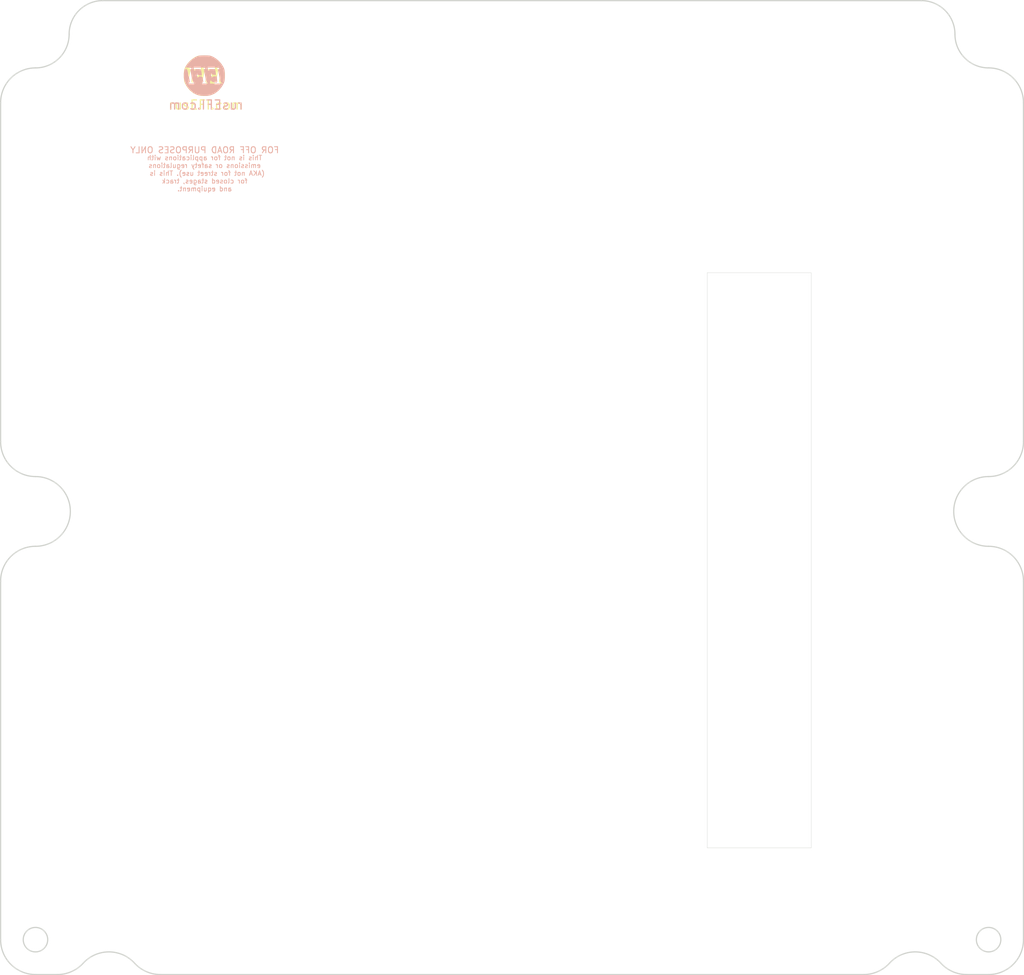
<source format=kicad_pcb>
(kicad_pcb (version 20210228) (generator pcbnew)
  (layers (0 "F.Cu" signal) (31 "B.Cu" signal) (34 "B.Paste" user) (35 "F.Paste" user) (36 "B.SilkS" user "B.Silkscreen") (37 "F.SilkS" user "F.Silkscreen") (38 "B.Mask" user) (39 "F.Mask" user) (44 "Edge.Cuts" user))
  (net 0 "")
  (footprint "rusefi:LOGO" (layer "F.Cu") (at 129.3 62.8)
    (fp_text reference "G?" hide)
    (fp_text value "LOGO" hide)
    (fp_poly (pts (xy 3.3528 -0.39624) (xy 3.35026 0.29972) (xy 3.19532 0.9906) (xy 2.8956 1.64338) (xy 2.46634 2.21996) (xy 2.31394 2.37744) (xy 1.80086 2.794) (xy 1.27508 3.07086) (xy 0.68834 3.2258) (xy 0.127 3.27406) (xy -0.46736 3.26898) (xy -0.9271 3.2004) (xy -1.05664 3.16484) (xy -1.73482 2.86258) (xy -2.32156 2.41808) (xy -2.8194 1.83134) (xy -3.10896 1.3462) (xy -3.21564 1.12776) (xy -3.28422 0.92964) (xy -3.32232 0.70866) (xy -3.3401 0.4191) (xy -3.34518 0.01016) (xy -3.34518 -0.04318) (xy -3.3401 -0.46736) (xy -3.32486 -0.77216) (xy -3.28676 -1.0033) (xy -3.22072 -1.21158) (xy -3.11658 -1.44272) (xy -3.10134 -1.46812) (xy -2.7686 -1.99644) (xy -2.31648 -2.49428) (xy -1.79832 -2.90576) (xy -1.47574 -3.09372) (xy -1.23698 -3.20294) (xy -1.03124 -3.2766) (xy -0.80518 -3.31724) (xy -0.51562 -3.33756) (xy -0.10922 -3.34264) (xy -0.04064 -3.34264) (xy 0.37846 -3.3401) (xy 0.68072 -3.32486) (xy 0.90932 -3.2893) (xy 1.1176 -3.22326) (xy 1.35382 -3.11658) (xy 1.44018 -3.0734) (xy 1.97612 -2.73558) (xy 2.47904 -2.28854) (xy 2.88798 -1.78308) (xy 2.95656 -1.67132) (xy 3.14706 -1.35382) (xy 2.63906 -1.35382) (xy 2.32664 -1.34112) (xy 2.14884 -1.2954) (xy 2.08534 -1.22936) (xy 2.10058 -1.12014) (xy 2.1717 -1.10236) (xy 2.26314 -1.05918) (xy 2.26568 -0.90678) (xy 2.25806 -0.86868) (xy 2.2225 -0.6858) (xy 2.16916 -0.38608) (xy 2.10058 -0.01778) (xy 2.06248 0.2032) (xy 1.98374 0.60452) (xy 1.91516 0.86614) (xy 1.84658 1.016) (xy 1.77038 1.07696) (xy 1.76022 1.0795) (xy 1.74752 1.08458) (xy 1.74752 -1.35382) (xy 0.78994 -1.35382) (xy 0.36576 -1.35128) (xy 0.08382 -1.33858) (xy -0.08128 -1.31318) (xy -0.15494 -1.27254) (xy -0.17018 -1.22682) (xy -0.1016 -1.11506) (xy -0.04318 -1.09982) (xy 0.01524 -1.1049) (xy 0.05334 -1.09728) (xy 0.06858 -1.0541) (xy 0.06096 -0.94996) (xy 0.0254 -0.75438) (xy -0.03556 -0.44704) (xy -0.127 0) (xy -0.20828 0.39624) (xy -0.27432 0.72898) (xy -0.32004 0.96266) (xy -0.33782 1.0668) (xy -0.33782 1.06934) (xy -0.40894 1.09728) (xy -0.46482 1.09982) (xy -0.53848 1.12776) (xy -0.53848 -1.35382) (xy -1.49606 -1.35382) (xy -1.92024 -1.35128) (xy -2.20218 -1.33858) (xy -2.36728 -1.31318) (xy -2.44094 -1.27254) (xy -2.45618 -1.22682) (xy -2.3876 -1.1176) (xy -2.3241 -1.09982) (xy -2.22758 -1.04394) (xy -2.23266 -0.9525) (xy -2.26568 -0.8128) (xy -2.3241 -0.5461) (xy -2.39522 -0.19558) (xy -2.4638 0.14732) (xy -2.5654 0.62484) (xy -2.65684 0.9398) (xy -2.73304 1.08712) (xy -2.75844 1.09982) (xy -2.89814 1.15824) (xy -2.921 1.18618) (xy -2.86512 1.22428) (xy -2.64922 1.25222) (xy -2.27838 1.26746) (xy -1.95326 1.27) (xy -0.93218 1.27) (xy -0.93218 1.016) (xy -0.97028 0.8128) (xy -1.05918 0.762) (xy -1.17094 0.8255) (xy -1.18618 0.88138) (xy -1.25984 0.94996) (xy -1.44526 1.01854) (xy -1.67894 1.07188) (xy -1.905 1.09982) (xy -2.06248 1.08712) (xy -2.09042 1.06934) (xy -2.10566 0.96774) (xy -2.09804 0.7493) (xy -2.07772 0.55372) (xy -2.0193 0.08382) (xy -1.68656 0.08382) (xy -1.47828 0.10414) (xy -1.36144 0.15748) (xy -1.35382 0.17526) (xy -1.3208 0.25908) (xy -1.2446 0.22352) (xy -1.1557 0.10414) (xy -1.0922 -0.06858) (xy -1.0922 -0.07112) (xy -1.07442 -0.26416) (xy -1.1303 -0.33782) (xy -1.15316 -0.33782) (xy -1.25984 -0.28956) (xy -1.27 -0.254) (xy -1.3462 -0.20066) (xy -1.53162 -0.17018) (xy -1.59512 -0.17018) (xy -1.9177 -0.17018) (xy -1.83388 -0.635) (xy -1.75006 -1.10236) (xy -1.24714 -1.09982) (xy -0.9652 -1.09474) (xy -0.82042 -1.0668) (xy -0.78486 -1.00838) (xy -0.79248 -0.97282) (xy -0.78232 -0.8636) (xy -0.72644 -0.84582) (xy -0.635 -0.92202) (xy -0.57658 -1.09728) (xy -0.57404 -1.09982) (xy -0.53848 -1.35382) (xy -0.53848 1.12776) (xy -0.57912 1.14554) (xy -0.59182 1.18618) (xy -0.51562 1.22936) (xy -0.31496 1.25984) (xy -0.08382 1.27) (xy 0.18542 1.2573) (xy 0.3683 1.22428) (xy 0.42418 1.18618) (xy 0.35306 1.11252) (xy 0.28702 1.09982) (xy 0.20574 1.07442) (xy 0.18034 0.96774) (xy 0.2032 0.74168) (xy 0.20828 0.70866) (xy 0.254 0.44704) (xy 0.29718 0.24892) (xy 0.31242 0.20066) (xy 0.40894 0.12954) (xy 0.5842 0.0889) (xy 0.7747 0.0889) (xy 0.90678 0.127) (xy 0.93218 0.17018) (xy 0.97282 0.25908) (xy 1.0668 0.2413) (xy 1.16586 0.13716) (xy 1.20904 0.02032) (xy 1.22936 -0.19304) (xy 1.17856 -0.254) (xy 1.08204 -0.18542) (xy 0.93218 -0.11684) (xy 0.70866 -0.08636) (xy 0.69088 -0.08382) (xy 0.40132 -0.08382) (xy 0.45974 -0.52578) (xy 0.50038 -0.7874) (xy 0.54102 -0.9779) (xy 0.5588 -1.03378) (xy 0.6604 -1.06934) (xy 0.87884 -1.09474) (xy 1.07188 -1.09982) (xy 1.34112 -1.0922) (xy 1.4732 -1.06172) (xy 1.50114 -1.00076) (xy 1.49352 -0.97536) (xy 1.50368 -0.8636) (xy 1.55956 -0.84582) (xy 1.651 -0.92202) (xy 1.70942 -1.09728) (xy 1.71196 -1.09982) (xy 1.74752 -1.35382) (xy 1.74752 1.08458) (xy 1.61544 1.14046) (xy 1.62306 1.19888) (xy 1.76276 1.2446) (xy 2.0193 1.26746) (xy 2.11582 1.27) (xy 2.3876 1.2573) (xy 2.57048 1.22428) (xy 2.62382 1.18618) (xy 2.55524 1.10998) (xy 2.49682 1.09982) (xy 2.43586 1.09474) (xy 2.39776 1.06426) (xy 2.3876 0.98298) (xy 2.40284 0.82296) (xy 2.44602 0.56134) (xy 2.52222 0.17272) (xy 2.57302 -0.08128) (xy 2.67716 -0.56388) (xy 2.77368 -0.89408) (xy 2.85496 -1.06426) (xy 2.88544 -1.08712) (xy 3.03276 -1.1811) (xy 3.06324 -1.21666) (xy 3.12674 -1.22428) (xy 3.2004 -1.0922) (xy 3.27406 -0.8509) (xy 3.33502 -0.5334) (xy 3.3528 -0.39624)) (layer "F.SilkS") (width 0.00254) (fill solid))
  )
  (footprint "rusefi:LOGO" (layer "B.Cu") (at 129.3 62.8 180)
    (fp_text reference "G?" hide)
    (fp_text value "LOGO" hide)
    (fp_poly (pts (xy 3.3528 0.39624) (xy 3.35026 -0.29972) (xy 3.19532 -0.9906) (xy 2.8956 -1.64338) (xy 2.46634 -2.21996) (xy 2.31394 -2.37744) (xy 1.80086 -2.794) (xy 1.27508 -3.07086) (xy 0.68834 -3.2258) (xy 0.127 -3.27406) (xy -0.46736 -3.26898) (xy -0.9271 -3.2004) (xy -1.05664 -3.16484) (xy -1.73482 -2.86258) (xy -2.32156 -2.41808) (xy -2.8194 -1.83134) (xy -3.10896 -1.3462) (xy -3.21564 -1.12776) (xy -3.28422 -0.92964) (xy -3.32232 -0.70866) (xy -3.3401 -0.4191) (xy -3.34518 -0.01016) (xy -3.34518 0.04318) (xy -3.3401 0.46736) (xy -3.32486 0.77216) (xy -3.28676 1.0033) (xy -3.22072 1.21158) (xy -3.11658 1.44272) (xy -3.10134 1.46812) (xy -2.7686 1.99644) (xy -2.31648 2.49428) (xy -1.79832 2.90576) (xy -1.47574 3.09372) (xy -1.23698 3.20294) (xy -1.03124 3.2766) (xy -0.80518 3.31724) (xy -0.51562 3.33756) (xy -0.10922 3.34264) (xy -0.04064 3.34264) (xy 0.37846 3.3401) (xy 0.68072 3.32486) (xy 0.90932 3.2893) (xy 1.1176 3.22326) (xy 1.35382 3.11658) (xy 1.44018 3.0734) (xy 1.97612 2.73558) (xy 2.47904 2.28854) (xy 2.88798 1.78308) (xy 2.95656 1.67132) (xy 3.14706 1.35382) (xy 2.63906 1.35382) (xy 2.32664 1.34112) (xy 2.14884 1.2954) (xy 2.08534 1.22936) (xy 2.10058 1.12014) (xy 2.1717 1.10236) (xy 2.26314 1.05918) (xy 2.26568 0.90678) (xy 2.25806 0.86868) (xy 2.2225 0.6858) (xy 2.16916 0.38608) (xy 2.10058 0.01778) (xy 2.06248 -0.2032) (xy 1.98374 -0.60452) (xy 1.91516 -0.86614) (xy 1.84658 -1.016) (xy 1.77038 -1.07696) (xy 1.76022 -1.0795) (xy 1.74752 -1.08458) (xy 1.74752 1.35382) (xy 0.78994 1.35382) (xy 0.36576 1.35128) (xy 0.08382 1.33858) (xy -0.08128 1.31318) (xy -0.15494 1.27254) (xy -0.17018 1.22682) (xy -0.1016 1.11506) (xy -0.04318 1.09982) (xy 0.01524 1.1049) (xy 0.05334 1.09728) (xy 0.06858 1.0541) (xy 0.06096 0.94996) (xy 0.0254 0.75438) (xy -0.03556 0.44704) (xy -0.127 0) (xy -0.20828 -0.39624) (xy -0.27432 -0.72898) (xy -0.32004 -0.96266) (xy -0.33782 -1.0668) (xy -0.33782 -1.06934) (xy -0.40894 -1.09728) (xy -0.46482 -1.09982) (xy -0.53848 -1.12776) (xy -0.53848 1.35382) (xy -1.49606 1.35382) (xy -1.92024 1.35128) (xy -2.20218 1.33858) (xy -2.36728 1.31318) (xy -2.44094 1.27254) (xy -2.45618 1.22682) (xy -2.3876 1.1176) (xy -2.3241 1.09982) (xy -2.22758 1.04394) (xy -2.23266 0.9525) (xy -2.26568 0.8128) (xy -2.3241 0.5461) (xy -2.39522 0.19558) (xy -2.4638 -0.14732) (xy -2.5654 -0.62484) (xy -2.65684 -0.9398) (xy -2.73304 -1.08712) (xy -2.75844 -1.09982) (xy -2.89814 -1.15824) (xy -2.921 -1.18618) (xy -2.86512 -1.22428) (xy -2.64922 -1.25222) (xy -2.27838 -1.26746) (xy -1.95326 -1.27) (xy -0.93218 -1.27) (xy -0.93218 -1.016) (xy -0.97028 -0.8128) (xy -1.05918 -0.762) (xy -1.17094 -0.8255) (xy -1.18618 -0.88138) (xy -1.25984 -0.94996) (xy -1.44526 -1.01854) (xy -1.67894 -1.07188) (xy -1.905 -1.09982) (xy -2.06248 -1.08712) (xy -2.09042 -1.06934) (xy -2.10566 -0.96774) (xy -2.09804 -0.7493) (xy -2.07772 -0.55372) (xy -2.0193 -0.08382) (xy -1.68656 -0.08382) (xy -1.47828 -0.10414) (xy -1.36144 -0.15748) (xy -1.35382 -0.17526) (xy -1.3208 -0.25908) (xy -1.2446 -0.22352) (xy -1.1557 -0.10414) (xy -1.0922 0.06858) (xy -1.0922 0.07112) (xy -1.07442 0.26416) (xy -1.1303 0.33782) (xy -1.15316 0.33782) (xy -1.25984 0.28956) (xy -1.27 0.254) (xy -1.3462 0.20066) (xy -1.53162 0.17018) (xy -1.59512 0.17018) (xy -1.9177 0.17018) (xy -1.83388 0.635) (xy -1.75006 1.10236) (xy -1.24714 1.09982) (xy -0.9652 1.09474) (xy -0.82042 1.0668) (xy -0.78486 1.00838) (xy -0.79248 0.97282) (xy -0.78232 0.8636) (xy -0.72644 0.84582) (xy -0.635 0.92202) (xy -0.57658 1.09728) (xy -0.57404 1.09982) (xy -0.53848 1.35382) (xy -0.53848 -1.12776) (xy -0.57912 -1.14554) (xy -0.59182 -1.18618) (xy -0.51562 -1.22936) (xy -0.31496 -1.25984) (xy -0.08382 -1.27) (xy 0.18542 -1.2573) (xy 0.3683 -1.22428) (xy 0.42418 -1.18618) (xy 0.35306 -1.11252) (xy 0.28702 -1.09982) (xy 0.20574 -1.07442) (xy 0.18034 -0.96774) (xy 0.2032 -0.74168) (xy 0.20828 -0.70866) (xy 0.254 -0.44704) (xy 0.29718 -0.24892) (xy 0.31242 -0.20066) (xy 0.40894 -0.12954) (xy 0.5842 -0.0889) (xy 0.7747 -0.0889) (xy 0.90678 -0.127) (xy 0.93218 -0.17018) (xy 0.97282 -0.25908) (xy 1.0668 -0.2413) (xy 1.16586 -0.13716) (xy 1.20904 -0.02032) (xy 1.22936 0.19304) (xy 1.17856 0.254) (xy 1.08204 0.18542) (xy 0.93218 0.11684) (xy 0.70866 0.08636) (xy 0.69088 0.08382) (xy 0.40132 0.08382) (xy 0.45974 0.52578) (xy 0.50038 0.7874) (xy 0.54102 0.9779) (xy 0.5588 1.03378) (xy 0.6604 1.06934) (xy 0.87884 1.09474) (xy 1.07188 1.09982) (xy 1.34112 1.0922) (xy 1.4732 1.06172) (xy 1.50114 1.00076) (xy 1.49352 0.97536) (xy 1.50368 0.8636) (xy 1.55956 0.84582) (xy 1.651 0.92202) (xy 1.70942 1.09728) (xy 1.71196 1.09982) (xy 1.74752 1.35382) (xy 1.74752 -1.08458) (xy 1.61544 -1.14046) (xy 1.62306 -1.19888) (xy 1.76276 -1.2446) (xy 2.0193 -1.26746) (xy 2.11582 -1.27) (xy 2.3876 -1.2573) (xy 2.57048 -1.22428) (xy 2.62382 -1.18618) (xy 2.55524 -1.10998) (xy 2.49682 -1.09982) (xy 2.43586 -1.09474) (xy 2.39776 -1.06426) (xy 2.3876 -0.98298) (xy 2.40284 -0.82296) (xy 2.44602 -0.56134) (xy 2.52222 -0.17272) (xy 2.57302 0.08128) (xy 2.67716 0.56388) (xy 2.77368 0.89408) (xy 2.85496 1.06426) (xy 2.88544 1.08712) (xy 3.03276 1.1811) (xy 3.06324 1.21666) (xy 3.12674 1.22428) (xy 3.2004 1.0922) (xy 3.27406 0.8509) (xy 3.33502 0.5334) (xy 3.3528 0.39624)) (layer "B.SilkS") (width 0.00254) (fill solid))
  )
  (footprint "rusefi:Off_Road_Disclaimer" (layer "B.Cu") (at 129.35 78.1 180)
    (fp_text reference "G?" hide)
    (fp_text value "Disclaimer" hide)
    (fp_text user "and equipment." (at 0 -3.175) (layer "B.SilkS") (effects (font (size 0.762 0.762) (thickness 0.127)) (justify mirror)))
    (fp_text user "This is not for applications with" (at 0 1.905) (layer "B.SilkS") (effects (font (size 0.762 0.762) (thickness 0.127)) (justify mirror)))
    (fp_text user "emissions or safety regulations" (at 0 0.635) (layer "B.SilkS") (effects (font (size 0.762 0.762) (thickness 0.127)) (justify mirror)))
    (fp_text user "(AKA not for street use). This is " (at -0.127 -0.635) (layer "B.SilkS") (effects (font (size 0.762 0.762) (thickness 0.127)) (justify mirror)))
    (fp_text user "for closed stages, track" (at 0 -1.905) (layer "B.SilkS") (effects (font (size 0.762 0.762) (thickness 0.127)) (justify mirror)))
    (fp_text user "FOR OFF ROAD PURPOSES ONLY" (at 0 3.175) (layer "B.SilkS") (effects (justify mirror)))
  )
  (gr_line (start 211.5 189) (end 211.5 95) (layer "Edge.Cuts") (width 0.05))
  (gr_arc (start 257.5 122.6) (end 257.5 128.300001) (angle -90) (layer "Edge.Cuts") (width 0.2))
  (gr_arc (start 257.5 67.2) (end 263.2 67.2) (angle -90) (layer "Edge.Cuts") (width 0.2))
  (gr_arc (start 105.293455 204) (end 105.293455 209.7) (angle -47.5) (layer "Edge.Cuts") (width 0.2))
  (gr_line (start 211.5 95) (end 228.5 95) (layer "Edge.Cuts") (width 0.05))
  (gr_arc (start 237.093455 204) (end 237.093455 209.7) (angle -47.5) (layer "Edge.Cuts") (width 0.2))
  (gr_line (start 101.7 209.7) (end 105.293455 209.7) (layer "Edge.Cuts") (width 0.2))
  (gr_circle (center 101.7 204) (end 103.7 204) (layer "Edge.Cuts") (width 0.2) (fill none))
  (gr_arc (start 112.7 56) (end 112.7 50.5) (angle -90) (layer "Edge.Cuts") (width 0.2))
  (gr_arc (start 246.5 56) (end 252.000001 56) (angle -90) (layer "Edge.Cuts") (width 0.2))
  (gr_line (start 237.093455 209.7) (end 122.106546 209.7) (layer "Edge.Cuts") (width 0.2))
  (gr_line (start 263.2 204) (end 263.2 145.4) (layer "Edge.Cuts") (width 0.2))
  (gr_arc (start 101.7 145.4) (end 101.7 139.7) (angle -90) (layer "Edge.Cuts") (width 0.2))
  (gr_arc (start 253.906546 204) (end 249.703273 207.849999) (angle -47.5) (layer "Edge.Cuts") (width 0.2))
  (gr_arc (start 257.5 204) (end 257.5 209.7) (angle -90) (layer "Edge.Cuts") (width 0.2))
  (gr_arc (start 257.5 56) (end 252.000001 56) (angle -90) (layer "Edge.Cuts") (width 0.2))
  (gr_arc (start 101.7 56) (end 101.7 61.5) (angle -90) (layer "Edge.Cuts") (width 0.2))
  (gr_arc (start 257.5 145.4) (end 263.199999 145.4) (angle -90) (layer "Edge.Cuts") (width 0.2))
  (gr_line (start 257.5 209.7) (end 253.906546 209.7) (layer "Edge.Cuts") (width 0.2))
  (gr_arc (start 101.7 67.2) (end 101.7 61.5) (angle -90) (layer "Edge.Cuts") (width 0.2))
  (gr_arc (start 245.5 211.7) (end 249.703273 207.85) (angle -95) (layer "Edge.Cuts") (width 0.2))
  (gr_arc (start 257.5 134) (end 257.5 128.3) (angle -180) (layer "Edge.Cuts") (width 0.2))
  (gr_line (start 246.5 50.5) (end 112.7 50.5) (layer "Edge.Cuts") (width 0.2))
  (gr_circle (center 257.5 204) (end 259.5 204) (layer "Edge.Cuts") (width 0.2) (fill none))
  (gr_line (start 96 204) (end 96 145.4) (layer "Edge.Cuts") (width 0.2))
  (gr_arc (start 101.7 134) (end 101.7 139.7) (angle -180) (layer "Edge.Cuts") (width 0.2))
  (gr_arc (start 122.106546 204) (end 117.903273 207.849999) (angle -47.5) (layer "Edge.Cuts") (width 0.2))
  (gr_arc (start 101.7 204) (end 96 204) (angle -90) (layer "Edge.Cuts") (width 0.2))
  (gr_arc (start 101.7 122.6) (end 96 122.6) (angle -90) (layer "Edge.Cuts") (width 0.2))
  (gr_line (start 263.2 122.6) (end 263.2 67.2) (layer "Edge.Cuts") (width 0.2))
  (gr_line (start 228.5 95) (end 228.5 189) (layer "Edge.Cuts") (width 0.05))
  (gr_arc (start 113.7 211.7) (end 117.903273 207.85) (angle -95) (layer "Edge.Cuts") (width 0.2))
  (gr_line (start 96 122.6) (end 96 67.2) (layer "Edge.Cuts") (width 0.2))
  (gr_line (start 228.5 189) (end 211.5 189) (layer "Edge.Cuts") (width 0.05))
  (gr_text "rusEFI.com" (at 129.55 67.55) (layer "B.SilkS") (effects (font (size 1.5 1.5) (thickness 0.2)) (justify mirror)))
  (gr_text "rusEFI.com" (at 129.55 67.55) (layer "F.SilkS") (effects (font (size 1.5 1.5) (thickness 0.2))))
)
</source>
